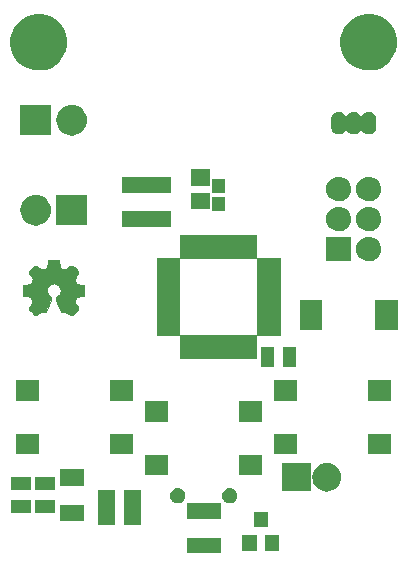
<source format=gbs>
G04 #@! TF.FileFunction,Soldermask,Bot*
%FSLAX46Y46*%
G04 Gerber Fmt 4.6, Leading zero omitted, Abs format (unit mm)*
G04 Created by KiCad (PCBNEW 4.0.7) date Thu Jul 12 22:31:34 2018*
%MOMM*%
%LPD*%
G01*
G04 APERTURE LIST*
%ADD10C,0.100000*%
%ADD11C,0.010000*%
G04 APERTURE END LIST*
D10*
D11*
G36*
X126914274Y-98442226D02*
X126836714Y-98442644D01*
X126765840Y-98443289D01*
X126703326Y-98444134D01*
X126650848Y-98445150D01*
X126610079Y-98446311D01*
X126582693Y-98447588D01*
X126570365Y-98448954D01*
X126569977Y-98449122D01*
X126565641Y-98459166D01*
X126558750Y-98484743D01*
X126549556Y-98524686D01*
X126538308Y-98577828D01*
X126525255Y-98643003D01*
X126510646Y-98719043D01*
X126499820Y-98777076D01*
X126486402Y-98849234D01*
X126473670Y-98916641D01*
X126462002Y-98977366D01*
X126451779Y-99029478D01*
X126443380Y-99071047D01*
X126437185Y-99100142D01*
X126433572Y-99114832D01*
X126433244Y-99115752D01*
X126425906Y-99123898D01*
X126408800Y-99134827D01*
X126380585Y-99149192D01*
X126339925Y-99167646D01*
X126285480Y-99190844D01*
X126246247Y-99207063D01*
X126188691Y-99230602D01*
X126144664Y-99248313D01*
X126112041Y-99260819D01*
X126088695Y-99268746D01*
X126072501Y-99272718D01*
X126061331Y-99273359D01*
X126053061Y-99271293D01*
X126045564Y-99267146D01*
X126044346Y-99266364D01*
X126032069Y-99258160D01*
X126007699Y-99241638D01*
X125973098Y-99218068D01*
X125930130Y-99188722D01*
X125880657Y-99154872D01*
X125826541Y-99117789D01*
X125795852Y-99096737D01*
X125569604Y-98941467D01*
X125370053Y-98941467D01*
X125135160Y-99176472D01*
X124900267Y-99411478D01*
X124900267Y-99611319D01*
X125066399Y-99852812D01*
X125232531Y-100094306D01*
X125153182Y-100280667D01*
X125129628Y-100334906D01*
X125107757Y-100383220D01*
X125088606Y-100423469D01*
X125073210Y-100453515D01*
X125062604Y-100471219D01*
X125059149Y-100474941D01*
X125047732Y-100478236D01*
X125021586Y-100484186D01*
X124982639Y-100492402D01*
X124932820Y-100502493D01*
X124874055Y-100514069D01*
X124808274Y-100526741D01*
X124737405Y-100540119D01*
X124729651Y-100541567D01*
X124648423Y-100556968D01*
X124576911Y-100571036D01*
X124516349Y-100583504D01*
X124467969Y-100594106D01*
X124433005Y-100602573D01*
X124412691Y-100608641D01*
X124407915Y-100611190D01*
X124406542Y-100621594D01*
X124405254Y-100647258D01*
X124404079Y-100686506D01*
X124403045Y-100737665D01*
X124402179Y-100799060D01*
X124401509Y-100869017D01*
X124401063Y-100945862D01*
X124400868Y-101027920D01*
X124400863Y-101038046D01*
X124400899Y-101134927D01*
X124401096Y-101216203D01*
X124401491Y-101283204D01*
X124402122Y-101337257D01*
X124403024Y-101379692D01*
X124404235Y-101411836D01*
X124405792Y-101435019D01*
X124407731Y-101450568D01*
X124410090Y-101459813D01*
X124412674Y-101463903D01*
X124423507Y-101467666D01*
X124449062Y-101473999D01*
X124487391Y-101482497D01*
X124536547Y-101492751D01*
X124594582Y-101504356D01*
X124659549Y-101516905D01*
X124728057Y-101529727D01*
X124804533Y-101544079D01*
X124873302Y-101557501D01*
X124932778Y-101569653D01*
X124981377Y-101580194D01*
X125017514Y-101588785D01*
X125039603Y-101595086D01*
X125045746Y-101597849D01*
X125052317Y-101608398D01*
X125063752Y-101631830D01*
X125078991Y-101665554D01*
X125096971Y-101706976D01*
X125116632Y-101753505D01*
X125136912Y-101802549D01*
X125156749Y-101851515D01*
X125175083Y-101897812D01*
X125190851Y-101938847D01*
X125202992Y-101972029D01*
X125210445Y-101994765D01*
X125212206Y-102004353D01*
X125206875Y-102012781D01*
X125193113Y-102033452D01*
X125172079Y-102064656D01*
X125144933Y-102104680D01*
X125112834Y-102151814D01*
X125076942Y-102204346D01*
X125054783Y-102236701D01*
X124900267Y-102462128D01*
X124900267Y-102662970D01*
X125135565Y-102897718D01*
X125370864Y-103132467D01*
X125566633Y-103132467D01*
X125788749Y-102979780D01*
X126010866Y-102827094D01*
X126081769Y-102865744D01*
X126152673Y-102904393D01*
X126256205Y-102902013D01*
X126359738Y-102899633D01*
X126812814Y-101807433D01*
X126813274Y-101721342D01*
X126812982Y-101683632D01*
X126811827Y-101651419D01*
X126810011Y-101629033D01*
X126808594Y-101621859D01*
X126799860Y-101611792D01*
X126780155Y-101594828D01*
X126752572Y-101573498D01*
X126726044Y-101554382D01*
X126656148Y-101502945D01*
X126599107Y-101454481D01*
X126552024Y-101405756D01*
X126511997Y-101353538D01*
X126476127Y-101294595D01*
X126453192Y-101250169D01*
X126419301Y-101170439D01*
X126399612Y-101098607D01*
X126393912Y-101033684D01*
X126398023Y-100992410D01*
X126424802Y-100892920D01*
X126466872Y-100798801D01*
X126523020Y-100711629D01*
X126592036Y-100632980D01*
X126672706Y-100564427D01*
X126763820Y-100507549D01*
X126775633Y-100501464D01*
X126838775Y-100473667D01*
X126902088Y-100453087D01*
X126960706Y-100441115D01*
X126995767Y-100438599D01*
X127062090Y-100445742D01*
X127133613Y-100466081D01*
X127207369Y-100497975D01*
X127280390Y-100539787D01*
X127349709Y-100589877D01*
X127412358Y-100646607D01*
X127451252Y-100690129D01*
X127488601Y-100743386D01*
X127524421Y-100807372D01*
X127555707Y-100875944D01*
X127579456Y-100942962D01*
X127585203Y-100963993D01*
X127594147Y-101008186D01*
X127596883Y-101048463D01*
X127592904Y-101089252D01*
X127581701Y-101134983D01*
X127562766Y-101190087D01*
X127557749Y-101203289D01*
X127513780Y-101296197D01*
X127455989Y-101381539D01*
X127383702Y-101460095D01*
X127296242Y-101532644D01*
X127237067Y-101573064D01*
X127212044Y-101589791D01*
X127192855Y-101604019D01*
X127184280Y-101611972D01*
X127181745Y-101623769D01*
X127179683Y-101648620D01*
X127178334Y-101682645D01*
X127177930Y-101714421D01*
X127177800Y-101807675D01*
X127397680Y-102338920D01*
X127435028Y-102429084D01*
X127470640Y-102514921D01*
X127503963Y-102595102D01*
X127534442Y-102668304D01*
X127561525Y-102733199D01*
X127584657Y-102788462D01*
X127603284Y-102832767D01*
X127616853Y-102864789D01*
X127624810Y-102883200D01*
X127626577Y-102887015D01*
X127631817Y-102894217D01*
X127640434Y-102899025D01*
X127655518Y-102901914D01*
X127680158Y-102903360D01*
X127717443Y-102903839D01*
X127735942Y-102903867D01*
X127836289Y-102903867D01*
X127907836Y-102865805D01*
X127979384Y-102827744D01*
X128118342Y-102923425D01*
X128168188Y-102957695D01*
X128219999Y-102993224D01*
X128269621Y-103027171D01*
X128312903Y-103056695D01*
X128341008Y-103075786D01*
X128424717Y-103132467D01*
X128621030Y-103132467D01*
X128856148Y-102897348D01*
X129091267Y-102662229D01*
X129091267Y-102563865D01*
X129091107Y-102521567D01*
X129090079Y-102492111D01*
X129087359Y-102471405D01*
X129082122Y-102455358D01*
X129073545Y-102439878D01*
X129063165Y-102424333D01*
X129050757Y-102406180D01*
X129030402Y-102376427D01*
X129003725Y-102337446D01*
X128972347Y-102291608D01*
X128937892Y-102241285D01*
X128906531Y-102195489D01*
X128872437Y-102145301D01*
X128841740Y-102099337D01*
X128815692Y-102059536D01*
X128795548Y-102027838D01*
X128782560Y-102006182D01*
X128777981Y-101996523D01*
X128781014Y-101985807D01*
X128789548Y-101961683D01*
X128802719Y-101926435D01*
X128819664Y-101882348D01*
X128839519Y-101831704D01*
X128855358Y-101791899D01*
X128881676Y-101726964D01*
X128902912Y-101676523D01*
X128919743Y-101639146D01*
X128932847Y-101613403D01*
X128942903Y-101597864D01*
X128950589Y-101591100D01*
X128950627Y-101591083D01*
X128962883Y-101587856D01*
X128989791Y-101582007D01*
X129029340Y-101573932D01*
X129079518Y-101564030D01*
X129138317Y-101552696D01*
X129203724Y-101540329D01*
X129268132Y-101528357D01*
X129337532Y-101515361D01*
X129401884Y-101502924D01*
X129459232Y-101491456D01*
X129507617Y-101481363D01*
X129545082Y-101473053D01*
X129569669Y-101466935D01*
X129579282Y-101463553D01*
X129581974Y-101458682D01*
X129584232Y-101448059D01*
X129586089Y-101430398D01*
X129587580Y-101404410D01*
X129588741Y-101368807D01*
X129589605Y-101322300D01*
X129590208Y-101263603D01*
X129590584Y-101191426D01*
X129590767Y-101104482D01*
X129590800Y-101036125D01*
X129590800Y-100618257D01*
X129571750Y-100606504D01*
X129559271Y-100602334D01*
X129532105Y-100595620D01*
X129492240Y-100586778D01*
X129441663Y-100576220D01*
X129382360Y-100564363D01*
X129316318Y-100551619D01*
X129245523Y-100538405D01*
X129243667Y-100538064D01*
X129173216Y-100524922D01*
X129107845Y-100512309D01*
X129049473Y-100500626D01*
X129000015Y-100490275D01*
X128961388Y-100481658D01*
X128935509Y-100475176D01*
X128924296Y-100471230D01*
X128924160Y-100471113D01*
X128918112Y-100460839D01*
X128906753Y-100437706D01*
X128891270Y-100404436D01*
X128872853Y-100363752D01*
X128852690Y-100318376D01*
X128831968Y-100271031D01*
X128811876Y-100224438D01*
X128793602Y-100181320D01*
X128778335Y-100144400D01*
X128767261Y-100116400D01*
X128761571Y-100100041D01*
X128761067Y-100097433D01*
X128765705Y-100088543D01*
X128778885Y-100067402D01*
X128799502Y-100035676D01*
X128826453Y-99995031D01*
X128858636Y-99947135D01*
X128894946Y-99893653D01*
X128926167Y-99848049D01*
X129091267Y-99607763D01*
X129091267Y-99412064D01*
X128856519Y-99176765D01*
X128621770Y-98941467D01*
X128420790Y-98941467D01*
X128207812Y-99087150D01*
X128152781Y-99124814D01*
X128100699Y-99160498D01*
X128053649Y-99192773D01*
X128013714Y-99220208D01*
X127982977Y-99241374D01*
X127963520Y-99254841D01*
X127960227Y-99257143D01*
X127925620Y-99281452D01*
X127765493Y-99216313D01*
X127703585Y-99191060D01*
X127655550Y-99171202D01*
X127619549Y-99155823D01*
X127593742Y-99144006D01*
X127576290Y-99134836D01*
X127565352Y-99127398D01*
X127559089Y-99120774D01*
X127555661Y-99114050D01*
X127554758Y-99111401D01*
X127552066Y-99099561D01*
X127546678Y-99073010D01*
X127538966Y-99033692D01*
X127529305Y-98983549D01*
X127518070Y-98924523D01*
X127505633Y-98858559D01*
X127492369Y-98787597D01*
X127491008Y-98780281D01*
X127477580Y-98709136D01*
X127464719Y-98642999D01*
X127452826Y-98583777D01*
X127442300Y-98533380D01*
X127433540Y-98493714D01*
X127426945Y-98466687D01*
X127422915Y-98454207D01*
X127422647Y-98453805D01*
X127418006Y-98451040D01*
X127408189Y-98448726D01*
X127391870Y-98446826D01*
X127367727Y-98445304D01*
X127334437Y-98444123D01*
X127290676Y-98443248D01*
X127235120Y-98442641D01*
X127166448Y-98442267D01*
X127083334Y-98442088D01*
X126996847Y-98442063D01*
X126914274Y-98442226D01*
X126914274Y-98442226D01*
G37*
X126914274Y-98442226D02*
X126836714Y-98442644D01*
X126765840Y-98443289D01*
X126703326Y-98444134D01*
X126650848Y-98445150D01*
X126610079Y-98446311D01*
X126582693Y-98447588D01*
X126570365Y-98448954D01*
X126569977Y-98449122D01*
X126565641Y-98459166D01*
X126558750Y-98484743D01*
X126549556Y-98524686D01*
X126538308Y-98577828D01*
X126525255Y-98643003D01*
X126510646Y-98719043D01*
X126499820Y-98777076D01*
X126486402Y-98849234D01*
X126473670Y-98916641D01*
X126462002Y-98977366D01*
X126451779Y-99029478D01*
X126443380Y-99071047D01*
X126437185Y-99100142D01*
X126433572Y-99114832D01*
X126433244Y-99115752D01*
X126425906Y-99123898D01*
X126408800Y-99134827D01*
X126380585Y-99149192D01*
X126339925Y-99167646D01*
X126285480Y-99190844D01*
X126246247Y-99207063D01*
X126188691Y-99230602D01*
X126144664Y-99248313D01*
X126112041Y-99260819D01*
X126088695Y-99268746D01*
X126072501Y-99272718D01*
X126061331Y-99273359D01*
X126053061Y-99271293D01*
X126045564Y-99267146D01*
X126044346Y-99266364D01*
X126032069Y-99258160D01*
X126007699Y-99241638D01*
X125973098Y-99218068D01*
X125930130Y-99188722D01*
X125880657Y-99154872D01*
X125826541Y-99117789D01*
X125795852Y-99096737D01*
X125569604Y-98941467D01*
X125370053Y-98941467D01*
X125135160Y-99176472D01*
X124900267Y-99411478D01*
X124900267Y-99611319D01*
X125066399Y-99852812D01*
X125232531Y-100094306D01*
X125153182Y-100280667D01*
X125129628Y-100334906D01*
X125107757Y-100383220D01*
X125088606Y-100423469D01*
X125073210Y-100453515D01*
X125062604Y-100471219D01*
X125059149Y-100474941D01*
X125047732Y-100478236D01*
X125021586Y-100484186D01*
X124982639Y-100492402D01*
X124932820Y-100502493D01*
X124874055Y-100514069D01*
X124808274Y-100526741D01*
X124737405Y-100540119D01*
X124729651Y-100541567D01*
X124648423Y-100556968D01*
X124576911Y-100571036D01*
X124516349Y-100583504D01*
X124467969Y-100594106D01*
X124433005Y-100602573D01*
X124412691Y-100608641D01*
X124407915Y-100611190D01*
X124406542Y-100621594D01*
X124405254Y-100647258D01*
X124404079Y-100686506D01*
X124403045Y-100737665D01*
X124402179Y-100799060D01*
X124401509Y-100869017D01*
X124401063Y-100945862D01*
X124400868Y-101027920D01*
X124400863Y-101038046D01*
X124400899Y-101134927D01*
X124401096Y-101216203D01*
X124401491Y-101283204D01*
X124402122Y-101337257D01*
X124403024Y-101379692D01*
X124404235Y-101411836D01*
X124405792Y-101435019D01*
X124407731Y-101450568D01*
X124410090Y-101459813D01*
X124412674Y-101463903D01*
X124423507Y-101467666D01*
X124449062Y-101473999D01*
X124487391Y-101482497D01*
X124536547Y-101492751D01*
X124594582Y-101504356D01*
X124659549Y-101516905D01*
X124728057Y-101529727D01*
X124804533Y-101544079D01*
X124873302Y-101557501D01*
X124932778Y-101569653D01*
X124981377Y-101580194D01*
X125017514Y-101588785D01*
X125039603Y-101595086D01*
X125045746Y-101597849D01*
X125052317Y-101608398D01*
X125063752Y-101631830D01*
X125078991Y-101665554D01*
X125096971Y-101706976D01*
X125116632Y-101753505D01*
X125136912Y-101802549D01*
X125156749Y-101851515D01*
X125175083Y-101897812D01*
X125190851Y-101938847D01*
X125202992Y-101972029D01*
X125210445Y-101994765D01*
X125212206Y-102004353D01*
X125206875Y-102012781D01*
X125193113Y-102033452D01*
X125172079Y-102064656D01*
X125144933Y-102104680D01*
X125112834Y-102151814D01*
X125076942Y-102204346D01*
X125054783Y-102236701D01*
X124900267Y-102462128D01*
X124900267Y-102662970D01*
X125135565Y-102897718D01*
X125370864Y-103132467D01*
X125566633Y-103132467D01*
X125788749Y-102979780D01*
X126010866Y-102827094D01*
X126081769Y-102865744D01*
X126152673Y-102904393D01*
X126256205Y-102902013D01*
X126359738Y-102899633D01*
X126812814Y-101807433D01*
X126813274Y-101721342D01*
X126812982Y-101683632D01*
X126811827Y-101651419D01*
X126810011Y-101629033D01*
X126808594Y-101621859D01*
X126799860Y-101611792D01*
X126780155Y-101594828D01*
X126752572Y-101573498D01*
X126726044Y-101554382D01*
X126656148Y-101502945D01*
X126599107Y-101454481D01*
X126552024Y-101405756D01*
X126511997Y-101353538D01*
X126476127Y-101294595D01*
X126453192Y-101250169D01*
X126419301Y-101170439D01*
X126399612Y-101098607D01*
X126393912Y-101033684D01*
X126398023Y-100992410D01*
X126424802Y-100892920D01*
X126466872Y-100798801D01*
X126523020Y-100711629D01*
X126592036Y-100632980D01*
X126672706Y-100564427D01*
X126763820Y-100507549D01*
X126775633Y-100501464D01*
X126838775Y-100473667D01*
X126902088Y-100453087D01*
X126960706Y-100441115D01*
X126995767Y-100438599D01*
X127062090Y-100445742D01*
X127133613Y-100466081D01*
X127207369Y-100497975D01*
X127280390Y-100539787D01*
X127349709Y-100589877D01*
X127412358Y-100646607D01*
X127451252Y-100690129D01*
X127488601Y-100743386D01*
X127524421Y-100807372D01*
X127555707Y-100875944D01*
X127579456Y-100942962D01*
X127585203Y-100963993D01*
X127594147Y-101008186D01*
X127596883Y-101048463D01*
X127592904Y-101089252D01*
X127581701Y-101134983D01*
X127562766Y-101190087D01*
X127557749Y-101203289D01*
X127513780Y-101296197D01*
X127455989Y-101381539D01*
X127383702Y-101460095D01*
X127296242Y-101532644D01*
X127237067Y-101573064D01*
X127212044Y-101589791D01*
X127192855Y-101604019D01*
X127184280Y-101611972D01*
X127181745Y-101623769D01*
X127179683Y-101648620D01*
X127178334Y-101682645D01*
X127177930Y-101714421D01*
X127177800Y-101807675D01*
X127397680Y-102338920D01*
X127435028Y-102429084D01*
X127470640Y-102514921D01*
X127503963Y-102595102D01*
X127534442Y-102668304D01*
X127561525Y-102733199D01*
X127584657Y-102788462D01*
X127603284Y-102832767D01*
X127616853Y-102864789D01*
X127624810Y-102883200D01*
X127626577Y-102887015D01*
X127631817Y-102894217D01*
X127640434Y-102899025D01*
X127655518Y-102901914D01*
X127680158Y-102903360D01*
X127717443Y-102903839D01*
X127735942Y-102903867D01*
X127836289Y-102903867D01*
X127907836Y-102865805D01*
X127979384Y-102827744D01*
X128118342Y-102923425D01*
X128168188Y-102957695D01*
X128219999Y-102993224D01*
X128269621Y-103027171D01*
X128312903Y-103056695D01*
X128341008Y-103075786D01*
X128424717Y-103132467D01*
X128621030Y-103132467D01*
X128856148Y-102897348D01*
X129091267Y-102662229D01*
X129091267Y-102563865D01*
X129091107Y-102521567D01*
X129090079Y-102492111D01*
X129087359Y-102471405D01*
X129082122Y-102455358D01*
X129073545Y-102439878D01*
X129063165Y-102424333D01*
X129050757Y-102406180D01*
X129030402Y-102376427D01*
X129003725Y-102337446D01*
X128972347Y-102291608D01*
X128937892Y-102241285D01*
X128906531Y-102195489D01*
X128872437Y-102145301D01*
X128841740Y-102099337D01*
X128815692Y-102059536D01*
X128795548Y-102027838D01*
X128782560Y-102006182D01*
X128777981Y-101996523D01*
X128781014Y-101985807D01*
X128789548Y-101961683D01*
X128802719Y-101926435D01*
X128819664Y-101882348D01*
X128839519Y-101831704D01*
X128855358Y-101791899D01*
X128881676Y-101726964D01*
X128902912Y-101676523D01*
X128919743Y-101639146D01*
X128932847Y-101613403D01*
X128942903Y-101597864D01*
X128950589Y-101591100D01*
X128950627Y-101591083D01*
X128962883Y-101587856D01*
X128989791Y-101582007D01*
X129029340Y-101573932D01*
X129079518Y-101564030D01*
X129138317Y-101552696D01*
X129203724Y-101540329D01*
X129268132Y-101528357D01*
X129337532Y-101515361D01*
X129401884Y-101502924D01*
X129459232Y-101491456D01*
X129507617Y-101481363D01*
X129545082Y-101473053D01*
X129569669Y-101466935D01*
X129579282Y-101463553D01*
X129581974Y-101458682D01*
X129584232Y-101448059D01*
X129586089Y-101430398D01*
X129587580Y-101404410D01*
X129588741Y-101368807D01*
X129589605Y-101322300D01*
X129590208Y-101263603D01*
X129590584Y-101191426D01*
X129590767Y-101104482D01*
X129590800Y-101036125D01*
X129590800Y-100618257D01*
X129571750Y-100606504D01*
X129559271Y-100602334D01*
X129532105Y-100595620D01*
X129492240Y-100586778D01*
X129441663Y-100576220D01*
X129382360Y-100564363D01*
X129316318Y-100551619D01*
X129245523Y-100538405D01*
X129243667Y-100538064D01*
X129173216Y-100524922D01*
X129107845Y-100512309D01*
X129049473Y-100500626D01*
X129000015Y-100490275D01*
X128961388Y-100481658D01*
X128935509Y-100475176D01*
X128924296Y-100471230D01*
X128924160Y-100471113D01*
X128918112Y-100460839D01*
X128906753Y-100437706D01*
X128891270Y-100404436D01*
X128872853Y-100363752D01*
X128852690Y-100318376D01*
X128831968Y-100271031D01*
X128811876Y-100224438D01*
X128793602Y-100181320D01*
X128778335Y-100144400D01*
X128767261Y-100116400D01*
X128761571Y-100100041D01*
X128761067Y-100097433D01*
X128765705Y-100088543D01*
X128778885Y-100067402D01*
X128799502Y-100035676D01*
X128826453Y-99995031D01*
X128858636Y-99947135D01*
X128894946Y-99893653D01*
X128926167Y-99848049D01*
X129091267Y-99607763D01*
X129091267Y-99412064D01*
X128856519Y-99176765D01*
X128621770Y-98941467D01*
X128420790Y-98941467D01*
X128207812Y-99087150D01*
X128152781Y-99124814D01*
X128100699Y-99160498D01*
X128053649Y-99192773D01*
X128013714Y-99220208D01*
X127982977Y-99241374D01*
X127963520Y-99254841D01*
X127960227Y-99257143D01*
X127925620Y-99281452D01*
X127765493Y-99216313D01*
X127703585Y-99191060D01*
X127655550Y-99171202D01*
X127619549Y-99155823D01*
X127593742Y-99144006D01*
X127576290Y-99134836D01*
X127565352Y-99127398D01*
X127559089Y-99120774D01*
X127555661Y-99114050D01*
X127554758Y-99111401D01*
X127552066Y-99099561D01*
X127546678Y-99073010D01*
X127538966Y-99033692D01*
X127529305Y-98983549D01*
X127518070Y-98924523D01*
X127505633Y-98858559D01*
X127492369Y-98787597D01*
X127491008Y-98780281D01*
X127477580Y-98709136D01*
X127464719Y-98642999D01*
X127452826Y-98583777D01*
X127442300Y-98533380D01*
X127433540Y-98493714D01*
X127426945Y-98466687D01*
X127422915Y-98454207D01*
X127422647Y-98453805D01*
X127418006Y-98451040D01*
X127408189Y-98448726D01*
X127391870Y-98446826D01*
X127367727Y-98445304D01*
X127334437Y-98444123D01*
X127290676Y-98443248D01*
X127235120Y-98442641D01*
X127166448Y-98442267D01*
X127083334Y-98442088D01*
X126996847Y-98442063D01*
X126914274Y-98442226D01*
D10*
G36*
X141150000Y-123258000D02*
X138250000Y-123258000D01*
X138250000Y-121958000D01*
X141150000Y-121958000D01*
X141150000Y-123258000D01*
X141150000Y-123258000D01*
G37*
G36*
X144176000Y-123062000D02*
X142976000Y-123062000D01*
X142976000Y-121762000D01*
X144176000Y-121762000D01*
X144176000Y-123062000D01*
X144176000Y-123062000D01*
G37*
G36*
X146076000Y-123062000D02*
X144876000Y-123062000D01*
X144876000Y-121762000D01*
X146076000Y-121762000D01*
X146076000Y-123062000D01*
X146076000Y-123062000D01*
G37*
G36*
X145126000Y-121062000D02*
X143926000Y-121062000D01*
X143926000Y-119762000D01*
X145126000Y-119762000D01*
X145126000Y-121062000D01*
X145126000Y-121062000D01*
G37*
G36*
X134418000Y-120855000D02*
X132958000Y-120855000D01*
X132958000Y-117905000D01*
X134418000Y-117905000D01*
X134418000Y-120855000D01*
X134418000Y-120855000D01*
G37*
G36*
X132218000Y-120855000D02*
X130758000Y-120855000D01*
X130758000Y-117905000D01*
X132218000Y-117905000D01*
X132218000Y-120855000D01*
X132218000Y-120855000D01*
G37*
G36*
X129524000Y-120564000D02*
X127524000Y-120564000D01*
X127524000Y-119164000D01*
X129524000Y-119164000D01*
X129524000Y-120564000D01*
X129524000Y-120564000D01*
G37*
G36*
X141150000Y-120358000D02*
X138250000Y-120358000D01*
X138250000Y-119058000D01*
X141150000Y-119058000D01*
X141150000Y-120358000D01*
X141150000Y-120358000D01*
G37*
G36*
X125056000Y-119864000D02*
X123356000Y-119864000D01*
X123356000Y-118764000D01*
X125056000Y-118764000D01*
X125056000Y-119864000D01*
X125056000Y-119864000D01*
G37*
G36*
X127088000Y-119864000D02*
X125388000Y-119864000D01*
X125388000Y-118764000D01*
X127088000Y-118764000D01*
X127088000Y-119864000D01*
X127088000Y-119864000D01*
G37*
G36*
X141968272Y-117768431D02*
X142093142Y-117794063D01*
X142210651Y-117843460D01*
X142316331Y-117914741D01*
X142406154Y-118005194D01*
X142476697Y-118111369D01*
X142525269Y-118229216D01*
X142549962Y-118353920D01*
X142549962Y-118353930D01*
X142550028Y-118354264D01*
X142547995Y-118499861D01*
X142547919Y-118500195D01*
X142547919Y-118500206D01*
X142519756Y-118624164D01*
X142467908Y-118740616D01*
X142394430Y-118844779D01*
X142302117Y-118932687D01*
X142194486Y-119000991D01*
X142075644Y-119047088D01*
X141950111Y-119069222D01*
X141822667Y-119066553D01*
X141698164Y-119039179D01*
X141581355Y-118988146D01*
X141476683Y-118915397D01*
X141388131Y-118823699D01*
X141319081Y-118716555D01*
X141272155Y-118598034D01*
X141249143Y-118472651D01*
X141250924Y-118345192D01*
X141277425Y-118220511D01*
X141327643Y-118103344D01*
X141399660Y-117998166D01*
X141490737Y-117908976D01*
X141597400Y-117839178D01*
X141715590Y-117791426D01*
X141840800Y-117767541D01*
X141968272Y-117768431D01*
X141968272Y-117768431D01*
G37*
G36*
X137568272Y-117768431D02*
X137693142Y-117794063D01*
X137810651Y-117843460D01*
X137916331Y-117914741D01*
X138006154Y-118005194D01*
X138076697Y-118111369D01*
X138125269Y-118229216D01*
X138149962Y-118353920D01*
X138149962Y-118353930D01*
X138150028Y-118354264D01*
X138147995Y-118499861D01*
X138147919Y-118500195D01*
X138147919Y-118500206D01*
X138119756Y-118624164D01*
X138067908Y-118740616D01*
X137994430Y-118844779D01*
X137902117Y-118932687D01*
X137794486Y-119000991D01*
X137675644Y-119047088D01*
X137550111Y-119069222D01*
X137422667Y-119066553D01*
X137298164Y-119039179D01*
X137181355Y-118988146D01*
X137076683Y-118915397D01*
X136988131Y-118823699D01*
X136919081Y-118716555D01*
X136872155Y-118598034D01*
X136849143Y-118472651D01*
X136850924Y-118345192D01*
X136877425Y-118220511D01*
X136927643Y-118103344D01*
X136999660Y-117998166D01*
X137090737Y-117908976D01*
X137197400Y-117839178D01*
X137315590Y-117791426D01*
X137440800Y-117767541D01*
X137568272Y-117768431D01*
X137568272Y-117768431D01*
G37*
G36*
X150358462Y-115642945D02*
X150358471Y-115642948D01*
X150358511Y-115642952D01*
X150585219Y-115713130D01*
X150793979Y-115826006D01*
X150976838Y-115977281D01*
X151126832Y-116161192D01*
X151238248Y-116370734D01*
X151306841Y-116597927D01*
X151330000Y-116834116D01*
X151330000Y-116845922D01*
X151329896Y-116860838D01*
X151329895Y-116860846D01*
X151329881Y-116862862D01*
X151303427Y-117098705D01*
X151231669Y-117324917D01*
X151117338Y-117532884D01*
X150964791Y-117714683D01*
X150779837Y-117863389D01*
X150569522Y-117973340D01*
X150341856Y-118040345D01*
X150341822Y-118040348D01*
X150341809Y-118040352D01*
X150105513Y-118061857D01*
X149869538Y-118037055D01*
X149869529Y-118037052D01*
X149869489Y-118037048D01*
X149642781Y-117966870D01*
X149434021Y-117853994D01*
X149251162Y-117702719D01*
X149101168Y-117518808D01*
X148989752Y-117309266D01*
X148921159Y-117082073D01*
X148898000Y-116845884D01*
X148898000Y-116834078D01*
X148898104Y-116819162D01*
X148898105Y-116819154D01*
X148898119Y-116817138D01*
X148924573Y-116581295D01*
X148996331Y-116355083D01*
X149110662Y-116147116D01*
X149263209Y-115965317D01*
X149448163Y-115816611D01*
X149658478Y-115706660D01*
X149886144Y-115639655D01*
X149886178Y-115639652D01*
X149886191Y-115639648D01*
X150122487Y-115618143D01*
X150358462Y-115642945D01*
X150358462Y-115642945D01*
G37*
G36*
X148790000Y-118056000D02*
X146358000Y-118056000D01*
X146358000Y-115624000D01*
X148790000Y-115624000D01*
X148790000Y-118056000D01*
X148790000Y-118056000D01*
G37*
G36*
X127088000Y-117964000D02*
X125388000Y-117964000D01*
X125388000Y-116864000D01*
X127088000Y-116864000D01*
X127088000Y-117964000D01*
X127088000Y-117964000D01*
G37*
G36*
X125056000Y-117964000D02*
X123356000Y-117964000D01*
X123356000Y-116864000D01*
X125056000Y-116864000D01*
X125056000Y-117964000D01*
X125056000Y-117964000D01*
G37*
G36*
X129524000Y-117564000D02*
X127524000Y-117564000D01*
X127524000Y-116164000D01*
X129524000Y-116164000D01*
X129524000Y-117564000D01*
X129524000Y-117564000D01*
G37*
G36*
X144655000Y-116638000D02*
X142705000Y-116638000D01*
X142705000Y-114938000D01*
X144655000Y-114938000D01*
X144655000Y-116638000D01*
X144655000Y-116638000D01*
G37*
G36*
X136695000Y-116638000D02*
X134745000Y-116638000D01*
X134745000Y-114938000D01*
X136695000Y-114938000D01*
X136695000Y-116638000D01*
X136695000Y-116638000D01*
G37*
G36*
X155577000Y-114860000D02*
X153627000Y-114860000D01*
X153627000Y-113160000D01*
X155577000Y-113160000D01*
X155577000Y-114860000D01*
X155577000Y-114860000D01*
G37*
G36*
X147617000Y-114860000D02*
X145667000Y-114860000D01*
X145667000Y-113160000D01*
X147617000Y-113160000D01*
X147617000Y-114860000D01*
X147617000Y-114860000D01*
G37*
G36*
X133733000Y-114860000D02*
X131783000Y-114860000D01*
X131783000Y-113160000D01*
X133733000Y-113160000D01*
X133733000Y-114860000D01*
X133733000Y-114860000D01*
G37*
G36*
X125773000Y-114860000D02*
X123823000Y-114860000D01*
X123823000Y-113160000D01*
X125773000Y-113160000D01*
X125773000Y-114860000D01*
X125773000Y-114860000D01*
G37*
G36*
X144655000Y-112138000D02*
X142705000Y-112138000D01*
X142705000Y-110438000D01*
X144655000Y-110438000D01*
X144655000Y-112138000D01*
X144655000Y-112138000D01*
G37*
G36*
X136695000Y-112138000D02*
X134745000Y-112138000D01*
X134745000Y-110438000D01*
X136695000Y-110438000D01*
X136695000Y-112138000D01*
X136695000Y-112138000D01*
G37*
G36*
X147617000Y-110360000D02*
X145667000Y-110360000D01*
X145667000Y-108660000D01*
X147617000Y-108660000D01*
X147617000Y-110360000D01*
X147617000Y-110360000D01*
G37*
G36*
X133733000Y-110360000D02*
X131783000Y-110360000D01*
X131783000Y-108660000D01*
X133733000Y-108660000D01*
X133733000Y-110360000D01*
X133733000Y-110360000D01*
G37*
G36*
X125773000Y-110360000D02*
X123823000Y-110360000D01*
X123823000Y-108660000D01*
X125773000Y-108660000D01*
X125773000Y-110360000D01*
X125773000Y-110360000D01*
G37*
G36*
X155577000Y-110360000D02*
X153627000Y-110360000D01*
X153627000Y-108660000D01*
X155577000Y-108660000D01*
X155577000Y-110360000D01*
X155577000Y-110360000D01*
G37*
G36*
X147550000Y-107530000D02*
X146450000Y-107530000D01*
X146450000Y-105830000D01*
X147550000Y-105830000D01*
X147550000Y-107530000D01*
X147550000Y-107530000D01*
G37*
G36*
X145650000Y-107530000D02*
X144550000Y-107530000D01*
X144550000Y-105830000D01*
X145650000Y-105830000D01*
X145650000Y-107530000D01*
X145650000Y-107530000D01*
G37*
G36*
X144245000Y-98275000D02*
X144246980Y-98288930D01*
X144252761Y-98301756D01*
X144261888Y-98312464D01*
X144273636Y-98320206D01*
X144287076Y-98324368D01*
X144295000Y-98325000D01*
X146220000Y-98325000D01*
X146220000Y-104875000D01*
X144295000Y-104875000D01*
X144281070Y-104876980D01*
X144268244Y-104882761D01*
X144257536Y-104891888D01*
X144249794Y-104903636D01*
X144245632Y-104917076D01*
X144245000Y-104925000D01*
X144245000Y-106850000D01*
X137695000Y-106850000D01*
X137695000Y-104925000D01*
X137693020Y-104911070D01*
X137687239Y-104898244D01*
X137678112Y-104887536D01*
X137666364Y-104879794D01*
X137652924Y-104875632D01*
X137645000Y-104875000D01*
X135720000Y-104875000D01*
X135720000Y-98400000D01*
X137720000Y-98400000D01*
X137720000Y-104800000D01*
X137721980Y-104813930D01*
X137727761Y-104826756D01*
X137736888Y-104837464D01*
X137748636Y-104845206D01*
X137762076Y-104849368D01*
X137770000Y-104850000D01*
X144170000Y-104850000D01*
X144183930Y-104848020D01*
X144196756Y-104842239D01*
X144207464Y-104833112D01*
X144215206Y-104821364D01*
X144219368Y-104807924D01*
X144220000Y-104800000D01*
X144220000Y-98400000D01*
X144218020Y-98386070D01*
X144212239Y-98373244D01*
X144203112Y-98362536D01*
X144191364Y-98354794D01*
X144177924Y-98350632D01*
X144170000Y-98350000D01*
X137770000Y-98350000D01*
X137756070Y-98351980D01*
X137743244Y-98357761D01*
X137732536Y-98366888D01*
X137724794Y-98378636D01*
X137720632Y-98392076D01*
X137720000Y-98400000D01*
X135720000Y-98400000D01*
X135720000Y-98325000D01*
X137645000Y-98325000D01*
X137658930Y-98323020D01*
X137671756Y-98317239D01*
X137682464Y-98308112D01*
X137690206Y-98296364D01*
X137694368Y-98282924D01*
X137695000Y-98275000D01*
X137695000Y-96350000D01*
X144245000Y-96350000D01*
X144245000Y-98275000D01*
X144245000Y-98275000D01*
G37*
G36*
X149744000Y-104424000D02*
X147844000Y-104424000D01*
X147844000Y-101824000D01*
X149744000Y-101824000D01*
X149744000Y-104424000D01*
X149744000Y-104424000D01*
G37*
G36*
X156144000Y-104424000D02*
X154244000Y-104424000D01*
X154244000Y-101824000D01*
X156144000Y-101824000D01*
X156144000Y-104424000D01*
X156144000Y-104424000D01*
G37*
G36*
X152180000Y-98586000D02*
X150080000Y-98586000D01*
X150080000Y-96486000D01*
X152180000Y-96486000D01*
X152180000Y-98586000D01*
X152180000Y-98586000D01*
G37*
G36*
X153684470Y-96486065D02*
X153689741Y-96486102D01*
X153893388Y-96508945D01*
X154088720Y-96570908D01*
X154268296Y-96669631D01*
X154425277Y-96801353D01*
X154553684Y-96961059D01*
X154648624Y-97142663D01*
X154706483Y-97339250D01*
X154706487Y-97339289D01*
X154706489Y-97339297D01*
X154725057Y-97543328D01*
X154703642Y-97747082D01*
X154703639Y-97747091D01*
X154703635Y-97747132D01*
X154643037Y-97942891D01*
X154545570Y-98123153D01*
X154414947Y-98281049D01*
X154256142Y-98410567D01*
X154075205Y-98506773D01*
X153879027Y-98566003D01*
X153675081Y-98586000D01*
X153664882Y-98586000D01*
X153655530Y-98585935D01*
X153650259Y-98585898D01*
X153446612Y-98563055D01*
X153251280Y-98501092D01*
X153071704Y-98402369D01*
X152914723Y-98270647D01*
X152786316Y-98110941D01*
X152691376Y-97929337D01*
X152633517Y-97732750D01*
X152633513Y-97732711D01*
X152633511Y-97732703D01*
X152614943Y-97528672D01*
X152636358Y-97324918D01*
X152636361Y-97324909D01*
X152636365Y-97324868D01*
X152696963Y-97129109D01*
X152794430Y-96948847D01*
X152925053Y-96790951D01*
X153083858Y-96661433D01*
X153264795Y-96565227D01*
X153460973Y-96505997D01*
X153664919Y-96486000D01*
X153675118Y-96486000D01*
X153684470Y-96486065D01*
X153684470Y-96486065D01*
G37*
G36*
X153684470Y-93946065D02*
X153689741Y-93946102D01*
X153893388Y-93968945D01*
X154088720Y-94030908D01*
X154268296Y-94129631D01*
X154425277Y-94261353D01*
X154553684Y-94421059D01*
X154648624Y-94602663D01*
X154706483Y-94799250D01*
X154706487Y-94799289D01*
X154706489Y-94799297D01*
X154725057Y-95003328D01*
X154703642Y-95207082D01*
X154703639Y-95207091D01*
X154703635Y-95207132D01*
X154643037Y-95402891D01*
X154545570Y-95583153D01*
X154414947Y-95741049D01*
X154256142Y-95870567D01*
X154075205Y-95966773D01*
X153879027Y-96026003D01*
X153675081Y-96046000D01*
X153664882Y-96046000D01*
X153655530Y-96045935D01*
X153650259Y-96045898D01*
X153446612Y-96023055D01*
X153251280Y-95961092D01*
X153071704Y-95862369D01*
X152914723Y-95730647D01*
X152786316Y-95570941D01*
X152691376Y-95389337D01*
X152633517Y-95192750D01*
X152633513Y-95192711D01*
X152633511Y-95192703D01*
X152614943Y-94988672D01*
X152636358Y-94784918D01*
X152636361Y-94784909D01*
X152636365Y-94784868D01*
X152696963Y-94589109D01*
X152794430Y-94408847D01*
X152925053Y-94250951D01*
X153083858Y-94121433D01*
X153264795Y-94025227D01*
X153460973Y-93965997D01*
X153664919Y-93946000D01*
X153675118Y-93946000D01*
X153684470Y-93946065D01*
X153684470Y-93946065D01*
G37*
G36*
X151144470Y-93946065D02*
X151149741Y-93946102D01*
X151353388Y-93968945D01*
X151548720Y-94030908D01*
X151728296Y-94129631D01*
X151885277Y-94261353D01*
X152013684Y-94421059D01*
X152108624Y-94602663D01*
X152166483Y-94799250D01*
X152166487Y-94799289D01*
X152166489Y-94799297D01*
X152185057Y-95003328D01*
X152163642Y-95207082D01*
X152163639Y-95207091D01*
X152163635Y-95207132D01*
X152103037Y-95402891D01*
X152005570Y-95583153D01*
X151874947Y-95741049D01*
X151716142Y-95870567D01*
X151535205Y-95966773D01*
X151339027Y-96026003D01*
X151135081Y-96046000D01*
X151124882Y-96046000D01*
X151115530Y-96045935D01*
X151110259Y-96045898D01*
X150906612Y-96023055D01*
X150711280Y-95961092D01*
X150531704Y-95862369D01*
X150374723Y-95730647D01*
X150246316Y-95570941D01*
X150151376Y-95389337D01*
X150093517Y-95192750D01*
X150093513Y-95192711D01*
X150093511Y-95192703D01*
X150074943Y-94988672D01*
X150096358Y-94784918D01*
X150096361Y-94784909D01*
X150096365Y-94784868D01*
X150156963Y-94589109D01*
X150254430Y-94408847D01*
X150385053Y-94250951D01*
X150543858Y-94121433D01*
X150724795Y-94025227D01*
X150920973Y-93965997D01*
X151124919Y-93946000D01*
X151135118Y-93946000D01*
X151144470Y-93946065D01*
X151144470Y-93946065D01*
G37*
G36*
X136940000Y-95646000D02*
X132808000Y-95646000D01*
X132808000Y-94346000D01*
X136940000Y-94346000D01*
X136940000Y-95646000D01*
X136940000Y-95646000D01*
G37*
G36*
X125737351Y-92954254D02*
X125737364Y-92954258D01*
X125737401Y-92954262D01*
X125979770Y-93029288D01*
X126202951Y-93149961D01*
X126398442Y-93311686D01*
X126558798Y-93508301D01*
X126677910Y-93732319D01*
X126751242Y-93975205D01*
X126776000Y-94227710D01*
X126776000Y-94240290D01*
X126775873Y-94258441D01*
X126747592Y-94510575D01*
X126670876Y-94752414D01*
X126548648Y-94974747D01*
X126385562Y-95169104D01*
X126187832Y-95328084D01*
X125962989Y-95445629D01*
X125719596Y-95517263D01*
X125719562Y-95517266D01*
X125719549Y-95517270D01*
X125466926Y-95540261D01*
X125214649Y-95513746D01*
X125214636Y-95513742D01*
X125214599Y-95513738D01*
X124972230Y-95438712D01*
X124749049Y-95318039D01*
X124553558Y-95156314D01*
X124393202Y-94959699D01*
X124274090Y-94735681D01*
X124200758Y-94492795D01*
X124176000Y-94240290D01*
X124176000Y-94227710D01*
X124176127Y-94209559D01*
X124204408Y-93957425D01*
X124281124Y-93715586D01*
X124403352Y-93493253D01*
X124566438Y-93298896D01*
X124764168Y-93139916D01*
X124989011Y-93022371D01*
X125232404Y-92950737D01*
X125232438Y-92950734D01*
X125232451Y-92950730D01*
X125485074Y-92927739D01*
X125737351Y-92954254D01*
X125737351Y-92954254D01*
G37*
G36*
X129824000Y-95534000D02*
X127224000Y-95534000D01*
X127224000Y-92934000D01*
X129824000Y-92934000D01*
X129824000Y-95534000D01*
X129824000Y-95534000D01*
G37*
G36*
X141545000Y-94314000D02*
X140395000Y-94314000D01*
X140395000Y-93114000D01*
X141545000Y-93114000D01*
X141545000Y-94314000D01*
X141545000Y-94314000D01*
G37*
G36*
X140271000Y-94156000D02*
X138621000Y-94156000D01*
X138621000Y-92756000D01*
X140271000Y-92756000D01*
X140271000Y-94156000D01*
X140271000Y-94156000D01*
G37*
G36*
X153684470Y-91406065D02*
X153689741Y-91406102D01*
X153893388Y-91428945D01*
X154088720Y-91490908D01*
X154268296Y-91589631D01*
X154425277Y-91721353D01*
X154553684Y-91881059D01*
X154648624Y-92062663D01*
X154706483Y-92259250D01*
X154706487Y-92259289D01*
X154706489Y-92259297D01*
X154725057Y-92463328D01*
X154703642Y-92667082D01*
X154703639Y-92667091D01*
X154703635Y-92667132D01*
X154643037Y-92862891D01*
X154545570Y-93043153D01*
X154414947Y-93201049D01*
X154256142Y-93330567D01*
X154075205Y-93426773D01*
X153879027Y-93486003D01*
X153675081Y-93506000D01*
X153664882Y-93506000D01*
X153655530Y-93505935D01*
X153650259Y-93505898D01*
X153446612Y-93483055D01*
X153251280Y-93421092D01*
X153071704Y-93322369D01*
X152914723Y-93190647D01*
X152786316Y-93030941D01*
X152691376Y-92849337D01*
X152633517Y-92652750D01*
X152633513Y-92652711D01*
X152633511Y-92652703D01*
X152614943Y-92448672D01*
X152636358Y-92244918D01*
X152636361Y-92244909D01*
X152636365Y-92244868D01*
X152696963Y-92049109D01*
X152794430Y-91868847D01*
X152925053Y-91710951D01*
X153083858Y-91581433D01*
X153264795Y-91485227D01*
X153460973Y-91425997D01*
X153664919Y-91406000D01*
X153675118Y-91406000D01*
X153684470Y-91406065D01*
X153684470Y-91406065D01*
G37*
G36*
X151144470Y-91406065D02*
X151149741Y-91406102D01*
X151353388Y-91428945D01*
X151548720Y-91490908D01*
X151728296Y-91589631D01*
X151885277Y-91721353D01*
X152013684Y-91881059D01*
X152108624Y-92062663D01*
X152166483Y-92259250D01*
X152166487Y-92259289D01*
X152166489Y-92259297D01*
X152185057Y-92463328D01*
X152163642Y-92667082D01*
X152163639Y-92667091D01*
X152163635Y-92667132D01*
X152103037Y-92862891D01*
X152005570Y-93043153D01*
X151874947Y-93201049D01*
X151716142Y-93330567D01*
X151535205Y-93426773D01*
X151339027Y-93486003D01*
X151135081Y-93506000D01*
X151124882Y-93506000D01*
X151115530Y-93505935D01*
X151110259Y-93505898D01*
X150906612Y-93483055D01*
X150711280Y-93421092D01*
X150531704Y-93322369D01*
X150374723Y-93190647D01*
X150246316Y-93030941D01*
X150151376Y-92849337D01*
X150093517Y-92652750D01*
X150093513Y-92652711D01*
X150093511Y-92652703D01*
X150074943Y-92448672D01*
X150096358Y-92244918D01*
X150096361Y-92244909D01*
X150096365Y-92244868D01*
X150156963Y-92049109D01*
X150254430Y-91868847D01*
X150385053Y-91710951D01*
X150543858Y-91581433D01*
X150724795Y-91485227D01*
X150920973Y-91425997D01*
X151124919Y-91406000D01*
X151135118Y-91406000D01*
X151144470Y-91406065D01*
X151144470Y-91406065D01*
G37*
G36*
X141545000Y-92814000D02*
X140395000Y-92814000D01*
X140395000Y-91614000D01*
X141545000Y-91614000D01*
X141545000Y-92814000D01*
X141545000Y-92814000D01*
G37*
G36*
X136940000Y-92746000D02*
X132808000Y-92746000D01*
X132808000Y-91446000D01*
X136940000Y-91446000D01*
X136940000Y-92746000D01*
X136940000Y-92746000D01*
G37*
G36*
X140271000Y-92156000D02*
X138621000Y-92156000D01*
X138621000Y-90756000D01*
X140271000Y-90756000D01*
X140271000Y-92156000D01*
X140271000Y-92156000D01*
G37*
G36*
X128785351Y-85334254D02*
X128785364Y-85334258D01*
X128785401Y-85334262D01*
X129027770Y-85409288D01*
X129250951Y-85529961D01*
X129446442Y-85691686D01*
X129606798Y-85888301D01*
X129725910Y-86112319D01*
X129799242Y-86355205D01*
X129824000Y-86607710D01*
X129824000Y-86620290D01*
X129823873Y-86638441D01*
X129795592Y-86890575D01*
X129718876Y-87132414D01*
X129596648Y-87354747D01*
X129433562Y-87549104D01*
X129235832Y-87708084D01*
X129010989Y-87825629D01*
X128767596Y-87897263D01*
X128767562Y-87897266D01*
X128767549Y-87897270D01*
X128514926Y-87920261D01*
X128262649Y-87893746D01*
X128262636Y-87893742D01*
X128262599Y-87893738D01*
X128020230Y-87818712D01*
X127797049Y-87698039D01*
X127601558Y-87536314D01*
X127441202Y-87339699D01*
X127322090Y-87115681D01*
X127248758Y-86872795D01*
X127224000Y-86620290D01*
X127224000Y-86607710D01*
X127224127Y-86589559D01*
X127252408Y-86337425D01*
X127329124Y-86095586D01*
X127451352Y-85873253D01*
X127614438Y-85678896D01*
X127812168Y-85519916D01*
X128037011Y-85402371D01*
X128280404Y-85330737D01*
X128280438Y-85330734D01*
X128280451Y-85330730D01*
X128533074Y-85307739D01*
X128785351Y-85334254D01*
X128785351Y-85334254D01*
G37*
G36*
X126776000Y-87914000D02*
X124176000Y-87914000D01*
X124176000Y-85314000D01*
X126776000Y-85314000D01*
X126776000Y-87914000D01*
X126776000Y-87914000D01*
G37*
G36*
X153800568Y-85926092D02*
X153800578Y-85926095D01*
X153800616Y-85926099D01*
X153921722Y-85963587D01*
X154033241Y-86023885D01*
X154130923Y-86104695D01*
X154211049Y-86202939D01*
X154270567Y-86314875D01*
X154307209Y-86436240D01*
X154319580Y-86562411D01*
X154319580Y-87173589D01*
X154319517Y-87182659D01*
X154305385Y-87308644D01*
X154267052Y-87429486D01*
X154205977Y-87540580D01*
X154124487Y-87637696D01*
X154025686Y-87717134D01*
X153913337Y-87775869D01*
X153791719Y-87811663D01*
X153791689Y-87811666D01*
X153791671Y-87811671D01*
X153665468Y-87823156D01*
X153539432Y-87809908D01*
X153539422Y-87809905D01*
X153539384Y-87809901D01*
X153418278Y-87772413D01*
X153306759Y-87712115D01*
X153209077Y-87631305D01*
X153128951Y-87533061D01*
X153079000Y-87439117D01*
X153071236Y-87428466D01*
X153060109Y-87419855D01*
X153047024Y-87414685D01*
X153033016Y-87413365D01*
X153019195Y-87415999D01*
X153006656Y-87422380D01*
X152996391Y-87432002D01*
X152992341Y-87438055D01*
X152935977Y-87540580D01*
X152854487Y-87637696D01*
X152755686Y-87717134D01*
X152643337Y-87775869D01*
X152521719Y-87811663D01*
X152521689Y-87811666D01*
X152521671Y-87811671D01*
X152395468Y-87823156D01*
X152269432Y-87809908D01*
X152269422Y-87809905D01*
X152269384Y-87809901D01*
X152148278Y-87772413D01*
X152036759Y-87712115D01*
X151939077Y-87631305D01*
X151858951Y-87533061D01*
X151809000Y-87439117D01*
X151801236Y-87428466D01*
X151790109Y-87419855D01*
X151777024Y-87414685D01*
X151763016Y-87413365D01*
X151749195Y-87415999D01*
X151736656Y-87422380D01*
X151726391Y-87432002D01*
X151722341Y-87438055D01*
X151665977Y-87540580D01*
X151584487Y-87637696D01*
X151485686Y-87717134D01*
X151373337Y-87775869D01*
X151251719Y-87811663D01*
X151251689Y-87811666D01*
X151251671Y-87811671D01*
X151125468Y-87823156D01*
X150999432Y-87809908D01*
X150999422Y-87809905D01*
X150999384Y-87809901D01*
X150878278Y-87772413D01*
X150766759Y-87712115D01*
X150669077Y-87631305D01*
X150588951Y-87533061D01*
X150529433Y-87421125D01*
X150492791Y-87299760D01*
X150480420Y-87173589D01*
X150480420Y-86562411D01*
X150480483Y-86553341D01*
X150494615Y-86427356D01*
X150532948Y-86306514D01*
X150594023Y-86195420D01*
X150675513Y-86098304D01*
X150774314Y-86018866D01*
X150886663Y-85960131D01*
X151008281Y-85924337D01*
X151008311Y-85924334D01*
X151008329Y-85924329D01*
X151134532Y-85912844D01*
X151260568Y-85926092D01*
X151260578Y-85926095D01*
X151260616Y-85926099D01*
X151381722Y-85963587D01*
X151493241Y-86023885D01*
X151590923Y-86104695D01*
X151671049Y-86202939D01*
X151721000Y-86296883D01*
X151728764Y-86307534D01*
X151739891Y-86316145D01*
X151752976Y-86321315D01*
X151766984Y-86322635D01*
X151780805Y-86320001D01*
X151793344Y-86313620D01*
X151803609Y-86303998D01*
X151807659Y-86297945D01*
X151864023Y-86195420D01*
X151945513Y-86098304D01*
X152044314Y-86018866D01*
X152156663Y-85960131D01*
X152278281Y-85924337D01*
X152278311Y-85924334D01*
X152278329Y-85924329D01*
X152404532Y-85912844D01*
X152530568Y-85926092D01*
X152530578Y-85926095D01*
X152530616Y-85926099D01*
X152651722Y-85963587D01*
X152763241Y-86023885D01*
X152860923Y-86104695D01*
X152941049Y-86202939D01*
X152991000Y-86296883D01*
X152998764Y-86307534D01*
X153009891Y-86316145D01*
X153022976Y-86321315D01*
X153036984Y-86322635D01*
X153050805Y-86320001D01*
X153063344Y-86313620D01*
X153073609Y-86303998D01*
X153077659Y-86297945D01*
X153134023Y-86195420D01*
X153215513Y-86098304D01*
X153314314Y-86018866D01*
X153426663Y-85960131D01*
X153548281Y-85924337D01*
X153548311Y-85924334D01*
X153548329Y-85924329D01*
X153674532Y-85912844D01*
X153800568Y-85926092D01*
X153800568Y-85926092D01*
G37*
G36*
X125982082Y-77611596D02*
X126443135Y-77706237D01*
X126877021Y-77888626D01*
X127267220Y-78151818D01*
X127598869Y-78485791D01*
X127859331Y-78877816D01*
X128038686Y-79312965D01*
X128130038Y-79774324D01*
X128130038Y-79774339D01*
X128130103Y-79774668D01*
X128122597Y-80312255D01*
X128122521Y-80312589D01*
X128122521Y-80312601D01*
X128018325Y-80771222D01*
X127826887Y-81201197D01*
X127555582Y-81585798D01*
X127214735Y-81910381D01*
X126817344Y-82162573D01*
X126378531Y-82332779D01*
X125915019Y-82414507D01*
X125444458Y-82404651D01*
X124984766Y-82303581D01*
X124553470Y-82115153D01*
X124166985Y-81846538D01*
X123840031Y-81507968D01*
X123585071Y-81112347D01*
X123411807Y-80674733D01*
X123326842Y-80211796D01*
X123333414Y-79741179D01*
X123431270Y-79280802D01*
X123616686Y-78848195D01*
X123882596Y-78459844D01*
X124218874Y-78130535D01*
X124612708Y-77872817D01*
X125049101Y-77696503D01*
X125511426Y-77608310D01*
X125982082Y-77611596D01*
X125982082Y-77611596D01*
G37*
G36*
X153922082Y-77611596D02*
X154383135Y-77706237D01*
X154817021Y-77888626D01*
X155207220Y-78151818D01*
X155538869Y-78485791D01*
X155799331Y-78877816D01*
X155978686Y-79312965D01*
X156070038Y-79774324D01*
X156070038Y-79774339D01*
X156070103Y-79774668D01*
X156062597Y-80312255D01*
X156062521Y-80312589D01*
X156062521Y-80312601D01*
X155958325Y-80771222D01*
X155766887Y-81201197D01*
X155495582Y-81585798D01*
X155154735Y-81910381D01*
X154757344Y-82162573D01*
X154318531Y-82332779D01*
X153855019Y-82414507D01*
X153384458Y-82404651D01*
X152924766Y-82303581D01*
X152493470Y-82115153D01*
X152106985Y-81846538D01*
X151780031Y-81507968D01*
X151525071Y-81112347D01*
X151351807Y-80674733D01*
X151266842Y-80211796D01*
X151273414Y-79741179D01*
X151371270Y-79280802D01*
X151556686Y-78848195D01*
X151822596Y-78459844D01*
X152158874Y-78130535D01*
X152552708Y-77872817D01*
X152989101Y-77696503D01*
X153451426Y-77608310D01*
X153922082Y-77611596D01*
X153922082Y-77611596D01*
G37*
M02*

</source>
